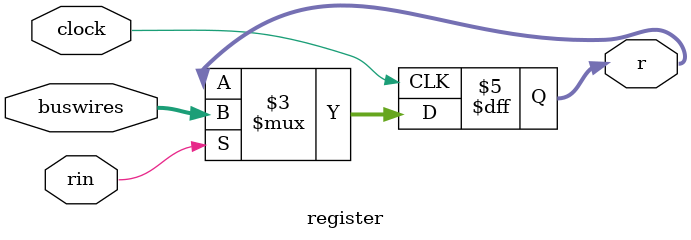
<source format=v>
`timescale 1ns/10ps

module register #(parameter WIDTH = 16) (
                input                   clock,
                input                   rin,
                input       [WIDTH-1:0] buswires,
                
                output  reg [WIDTH-1:0] r);

  always @(posedge clock) begin
    if(rin) begin
      r <= buswires;
    end
    else begin
      r <= r;
    end
  end
endmodule

</source>
